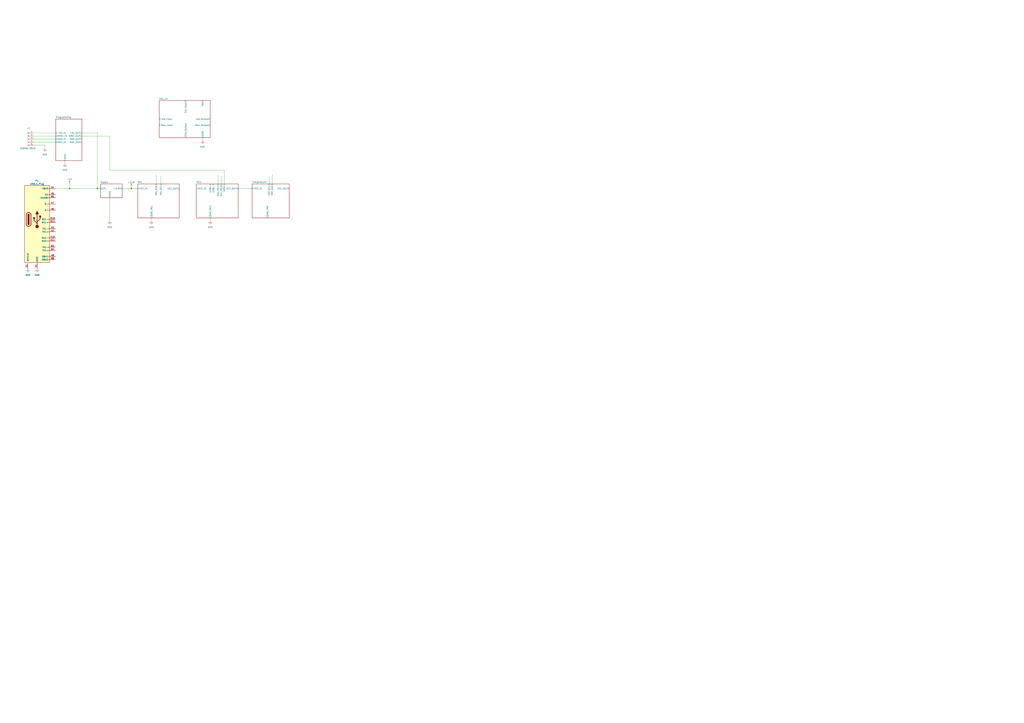
<source format=kicad_sch>
(kicad_sch (version 20230121) (generator eeschema)
  (paper "A1")
  (lib_symbols
    (symbol "Connector:Conn_01x05_Pin" (pin_names (offset 1.016) hide)
      (property "Reference" "J" (at 0 7.62 0))
      (property "Value" "Conn_01x05_Pin" (at 0 -7.62 0))
      (symbol "Conn_01x05_Pin_1_1"
        (polyline (pts (xy 1.27 -5.08) (xy 0.8636 -5.08)) (stroke (width 0.1524)))
        (polyline (pts (xy 1.27 -2.54) (xy 0.8636 -2.54)) (stroke (width 0.1524)))
        (polyline (pts (xy 1.27 0) (xy 0.8636 0)) (stroke (width 0.1524)))
        (polyline (pts (xy 1.27 2.54) (xy 0.8636 2.54)) (stroke (width 0.1524)))
        (polyline (pts (xy 1.27 5.08) (xy 0.8636 5.08)) (stroke (width 0.1524)))
        (rectangle (start 0.8636 -4.953) (end 0 -5.207) (stroke (width 0.1524)) (fill (type outline)))
        (rectangle (start 0.8636 -2.413) (end 0 -2.667) (stroke (width 0.1524)) (fill (type outline)))
        (rectangle (start 0.8636 0.127) (end 0 -0.127) (stroke (width 0.1524)) (fill (type outline)))
        (rectangle (start 0.8636 2.667) (end 0 2.413) (stroke (width 0.1524)) (fill (type outline)))
        (rectangle (start 0.8636 5.207) (end 0 4.953) (stroke (width 0.1524)) (fill (type outline)))
        (pin passive line (at 5.08 5.08 180) (length 3.81) (name "Pin_1") (number "1"))
        (pin passive line (at 5.08 2.54 180) (length 3.81) (name "Pin_2") (number "2"))
        (pin passive line (at 5.08 0 180) (length 3.81) (name "Pin_3") (number "3"))
        (pin passive line (at 5.08 -2.54 180) (length 3.81) (name "Pin_4") (number "4"))
        (pin passive line (at 5.08 -5.08 180) (length 3.81) (name "Pin_5") (number "5"))
      )
    )
    (symbol "Connector:USB_C_Plug" (pin_names (offset 1.016))
      (property "Reference" "P" (at -10.16 29.21 0))
      (property "Value" "USB_C_Plug" (at 10.16 29.21 0))
      (symbol "USB_C_Plug_0_0"
        (rectangle (start -0.254 -35.56) (end 0.254 -34.544))
        (rectangle (start 10.16 -32.766) (end 9.144 -33.274))
        (rectangle (start 10.16 -30.226) (end 9.144 -30.734))
        (rectangle (start 10.16 -25.146) (end 9.144 -25.654))
        (rectangle (start 10.16 -22.606) (end 9.144 -23.114))
        (rectangle (start 10.16 -17.526) (end 9.144 -18.034))
        (rectangle (start 10.16 -14.986) (end 9.144 -15.494))
        (rectangle (start 10.16 -9.906) (end 9.144 -10.414))
        (rectangle (start 10.16 -7.366) (end 9.144 -7.874))
        (rectangle (start 10.16 -2.286) (end 9.144 -2.794))
        (rectangle (start 10.16 0.254) (end 9.144 -0.254))
        (rectangle (start 10.16 7.874) (end 9.144 7.366))
        (rectangle (start 10.16 12.954) (end 9.144 12.446))
        (rectangle (start 10.16 18.034) (end 9.144 17.526))
        (rectangle (start 10.16 20.574) (end 9.144 20.066))
        (rectangle (start 10.16 25.654) (end 9.144 25.146))
      )
      (symbol "USB_C_Plug_0_1"
        (rectangle (start -10.16 27.94) (end 10.16 -35.56) (stroke (width 0.254)) (fill (type background)))
        (arc (start -8.89 -3.81) (mid -6.985 -5.7067) (end -5.08 -3.81) (stroke (width 0.508)))
        (arc (start -7.62 -3.81) (mid -6.985 -4.4423) (end -6.35 -3.81) (stroke (width 0.254)))
        (arc (start -7.62 -3.81) (mid -6.985 -4.4423) (end -6.35 -3.81) (stroke (width 0.254)) (fill (type outline)))
        (rectangle (start -7.62 -3.81) (end -6.35 3.81) (stroke (width 0.254)) (fill (type outline)))
        (arc (start -6.35 3.81) (mid -6.985 4.4423) (end -7.62 3.81) (stroke (width 0.254)))
        (arc (start -6.35 3.81) (mid -6.985 4.4423) (end -7.62 3.81) (stroke (width 0.254)) (fill (type outline)))
        (arc (start -5.08 3.81) (mid -6.985 5.7067) (end -8.89 3.81) (stroke (width 0.508)))
        (polyline (pts (xy -8.89 -3.81) (xy -8.89 3.81)) (stroke (width 0.508)))
        (polyline (pts (xy -5.08 3.81) (xy -5.08 -3.81)) (stroke (width 0.508)))
      )
      (symbol "USB_C_Plug_1_1"
        (circle (center -2.54 1.143) (radius 0.635) (stroke (width 0.254)) (fill (type outline)))
        (circle (center 0 -5.842) (radius 1.27) (fill (type outline)))
        (polyline (pts (xy 0 -5.842) (xy 0 4.318)) (stroke (width 0.508)))
        (polyline (pts (xy 0 -3.302) (xy -2.54 -0.762) (xy -2.54 0.508)) (stroke (width 0.508)))
        (polyline (pts (xy 0 -2.032) (xy 2.54 0.508) (xy 2.54 1.778)) (stroke (width 0.508)))
        (polyline (pts (xy -1.27 4.318) (xy 0 6.858) (xy 1.27 4.318) (xy -1.27 4.318)) (stroke (width 0.254)) (fill (type outline)))
        (rectangle (start 1.905 1.778) (end 3.175 3.048) (stroke (width 0.254)) (fill (type outline)))
        (pin passive line (at 0 -40.64 90) (length 5.08) (name "GND") (number "A1"))
        (pin bidirectional line (at 15.24 -15.24 180) (length 5.08) (name "RX2-") (number "A10"))
        (pin bidirectional line (at 15.24 -17.78 180) (length 5.08) (name "RX2+") (number "A11"))
        (pin passive line (at 0 -40.64 90) (length 5.08) hide (name "GND") (number "A12"))
        (pin bidirectional line (at 15.24 -10.16 180) (length 5.08) (name "TX1+") (number "A2"))
        (pin bidirectional line (at 15.24 -7.62 180) (length 5.08) (name "TX1-") (number "A3"))
        (pin passive line (at 15.24 25.4 180) (length 5.08) (name "VBUS") (number "A4"))
        (pin bidirectional line (at 15.24 20.32 180) (length 5.08) (name "CC") (number "A5"))
        (pin bidirectional line (at 15.24 7.62 180) (length 5.08) (name "D+") (number "A6"))
        (pin bidirectional line (at 15.24 12.7 180) (length 5.08) (name "D-") (number "A7"))
        (pin bidirectional line (at 15.24 -30.48 180) (length 5.08) (name "SBU1") (number "A8"))
        (pin passive line (at 15.24 25.4 180) (length 5.08) hide (name "VBUS") (number "A9"))
        (pin passive line (at 0 -40.64 90) (length 5.08) hide (name "GND") (number "B1"))
        (pin bidirectional line (at 15.24 0 180) (length 5.08) (name "RX1-") (number "B10"))
        (pin bidirectional line (at 15.24 -2.54 180) (length 5.08) (name "RX1+") (number "B11"))
        (pin passive line (at 0 -40.64 90) (length 5.08) hide (name "GND") (number "B12"))
        (pin bidirectional line (at 15.24 -25.4 180) (length 5.08) (name "TX2+") (number "B2"))
        (pin bidirectional line (at 15.24 -22.86 180) (length 5.08) (name "TX2-") (number "B3"))
        (pin passive line (at 15.24 25.4 180) (length 5.08) hide (name "VBUS") (number "B4"))
        (pin bidirectional line (at 15.24 17.78 180) (length 5.08) (name "VCONN") (number "B5"))
        (pin bidirectional line (at 15.24 -33.02 180) (length 5.08) (name "SBU2") (number "B8"))
        (pin passive line (at 15.24 25.4 180) (length 5.08) hide (name "VBUS") (number "B9"))
        (pin passive line (at -7.62 -40.64 90) (length 5.08) (name "SHIELD") (number "S1"))
      )
    )
    (symbol "power:+3.3V" (power) (pin_names (offset 0))
      (property "Value" "+3.3V" (at 0 3.556 0))
      (symbol "+3.3V_0_1"
        (polyline (pts (xy -0.762 1.27) (xy 0 2.54)))
        (polyline (pts (xy 0 0) (xy 0 2.54)))
        (polyline (pts (xy 0 2.54) (xy 0.762 1.27)))
      )
      (symbol "+3.3V_1_1"
        (pin power_in line (at 0 0 90) (length 0) hide (name "+3.3V") (number "1"))
      )
    )
    (symbol "power:+5V" (power) (pin_names (offset 0))
      (property "Value" "+5V" (at 0 3.556 0))
      (symbol "+5V_0_1"
        (polyline (pts (xy -0.762 1.27) (xy 0 2.54)))
        (polyline (pts (xy 0 0) (xy 0 2.54)))
        (polyline (pts (xy 0 2.54) (xy 0.762 1.27)))
      )
      (symbol "+5V_1_1"
        (pin power_in line (at 0 0 90) (length 0) hide (name "+5V") (number "1"))
      )
    )
    (symbol "power:GND" (power) (pin_names (offset 0))
      (property "Value" "GND" (at 0 -3.81 0))
      (symbol "GND_0_1"
        (polyline (pts (xy 0 0) (xy 0 -1.27) (xy 1.27 -1.27) (xy 0 -2.54) (xy -1.27 -1.27) (xy 0 -1.27)))
      )
      (symbol "GND_1_1"
        (pin power_in line (at 0 0 270) (length 0) hide (name "GND") (number "1"))
      )
    )
  )
  (junction (at 57.15 154.94))
  (junction (at 80.01 154.94))
  (junction (at 107.95 154.94))
  (wire (pts (xy 179.07 151.13) (xy 179.07 143.51)))
  (wire (pts (xy 166.37 113.03) (xy 166.37 115.57)))
  (wire (pts (xy 90.17 139.7) (xy 90.17 111.76)))
  (wire (pts (xy 57.15 151.13) (xy 57.15 154.94)))
  (wire (pts (xy 172.72 179.07) (xy 172.72 181.61)))
  (wire (pts (xy 80.01 154.94) (xy 82.55 154.94)))
  (wire (pts (xy 27.94 116.84) (xy 45.72 116.84)))
  (wire (pts (xy 128.27 151.13) (xy 128.27 143.51)))
  (wire (pts (xy 181.61 144.78) (xy 181.61 151.13)))
  (wire (pts (xy 53.34 132.08) (xy 53.34 134.62)))
  (wire (pts (xy 36.83 121.92) (xy 36.83 119.38)))
  (wire (pts (xy 223.52 143.51) (xy 223.52 151.13)))
  (wire (pts (xy 100.33 154.94) (xy 107.95 154.94)))
  (wire (pts (xy 195.58 154.94) (xy 207.01 154.94)))
  (wire (pts (xy 45.72 154.94) (xy 57.15 154.94)))
  (wire (pts (xy 27.94 119.38) (xy 36.83 119.38)))
  (wire (pts (xy 124.46 179.07) (xy 124.46 181.61)))
  (wire (pts (xy 90.17 162.56) (xy 90.17 181.61)))
  (wire (pts (xy 57.15 154.94) (xy 80.01 154.94)))
  (wire (pts (xy 220.98 144.78) (xy 220.98 151.13)))
  (wire (pts (xy 27.94 114.3) (xy 45.72 114.3)))
  (wire (pts (xy 67.31 109.22) (xy 80.01 109.22)))
  (wire (pts (xy 27.94 111.76) (xy 45.72 111.76)))
  (wire (pts (xy 107.95 154.94) (xy 107.95 153.67)))
  (wire (pts (xy 27.94 109.22) (xy 45.72 109.22)))
  (wire (pts (xy 184.15 151.13) (xy 184.15 139.7)))
  (wire (pts (xy 80.01 109.22) (xy 80.01 154.94)))
  (wire (pts (xy 132.08 151.13) (xy 132.08 144.78)))
  (wire (pts (xy 107.95 154.94) (xy 113.03 154.94)))
  (wire (pts (xy 90.17 111.76) (xy 67.31 111.76)))
  (wire (pts (xy 184.15 139.7) (xy 90.17 139.7)))
  (symbol (lib_id "Connector:Conn_01x05_Pin") (at 22.86 114.3 0) (unit 1)
    (property "Reference" "J1" (at 23.495 105.41 0))
    (property "Value" "53048-0510" (at 22.86 121.92 0))
    (property "Footprint" "Connector_Molex:Molex_PicoBlade_53048-0510_1x05_P1.25mm_Horizontal" (effects hide))
  )
  (symbol (lib_id "power:GND") (at 53.34 134.62 0) (unit 1)
    (property "Reference" "#PWR015" (effects hide))
    (property "Value" "GND" (at 53.34 139.7 0))
  )
  (symbol (lib_id "power:GND") (at 36.83 121.92 0) (unit 1)
    (property "Reference" "#PWR014" (effects hide))
    (property "Value" "GND" (at 36.83 127 0))
  )
  (symbol (lib_id "power:+5V") (at 57.15 151.13 0) (unit 1)
    (property "Reference" "#PWR03" (effects hide))
    (property "Value" "+5V" (at 57.15 147.32 0))
  )
  (symbol (lib_id "power:GND") (at 90.17 181.61 0) (unit 1)
    (property "Reference" "#PWR04" (effects hide))
    (property "Value" "GND" (at 90.17 186.69 0))
  )
  (symbol (lib_id "power:GND") (at 30.48 220.98 0) (unit 1)
    (property "Reference" "#PWR05" (effects hide))
    (property "Value" "GND" (at 30.48 226.06 0))
  )
  (symbol (lib_id "power:GND") (at 166.37 115.57 0) (unit 1)
    (property "Reference" "#PWR01" (effects hide))
    (property "Value" "GND" (at 166.37 120.65 0))
  )
  (symbol (lib_id "power:GND") (at 124.46 181.61 0) (unit 1)
    (property "Reference" "#PWR02" (effects hide))
    (property "Value" "GND" (at 124.46 186.69 0))
  )
  (symbol (lib_id "power:GND") (at 172.72 181.61 0) (unit 1)
    (property "Reference" "#PWR08" (effects hide))
    (property "Value" "GND" (at 172.72 186.69 0))
  )
  (symbol (lib_id "power:GND") (at 22.86 220.98 0) (unit 1)
    (property "Reference" "#PWR06" (effects hide))
    (property "Value" "GND" (at 22.86 226.06 0))
  )
  (symbol (lib_id "Connector:USB_C_Plug") (at 30.48 180.34 0) (unit 1)
    (property "Reference" "P1" (at 30.48 148.59 0))
    (property "Value" "USB_C_Plug" (at 30.48 151.13 0))
    (property "Footprint" "Connector_USB:USB_C_Plug_JAE_DX07P024AJ1" (effects hide))
    (property "Datasheet" "https://www.usb.org/sites/default/files/documents/usb_type-c.zip" (effects hide))
  )
  (symbol (lib_id "power:+3.3V") (at 107.95 153.67 0) (unit 1)
    (property "Reference" "#PWR07" (effects hide))
    (property "Value" "+3.3V" (at 107.95 149.86 0))
  )
  (sheet (at 207.01 151.13) (size 30.48 27.94) (stroke (width 0.1524))
    (property "Sheetname" "Temperature" (at 207.01 150.4184 0) (effects (justify left bottom)))
    (property "Sheetfile" "Temperature.kicad_sch" (effects hide))
    (pin "VCC_IN" input (at 207.01 154.94 180))
    (pin "VCC_OUT" output (at 237.49 154.94 0))
    (pin "TMP_SCL" input (at 220.98 151.13 90))
    (pin "TMP_SDA" bidirectional (at 223.52 151.13 90))
    (pin "GND_TMP" output (at 219.71 179.07 270))
  )
  (sheet (at 130.81 82.55) (size 41.91 30.48) (stroke (width 0.1524))
    (property "Sheetname" "Key_1U" (at 130.81 81.8384 0) (effects (justify left bottom)))
    (property "Sheetfile" "Modules/Key.kicad_sch" (effects hide))
    (pin "Row_Output" output (at 172.72 102.87 0))
    (pin "Col_Input" input (at 152.4 82.55 90))
    (pin "Vdd" input (at 166.37 82.55 90))
    (pin "Led_Output" output (at 172.72 97.79 0))
    (pin "Led_Input" input (at 130.81 97.79 180))
    (pin "Row_Input" input (at 130.81 102.87 180))
    (pin "Col_Output" output (at 152.4 113.03 270))
    (pin "GND" output (at 166.37 113.03 270))
  )
  (sheet (at 82.55 151.13) (size 17.78 11.43) (stroke (width 0.1524))
    (property "Sheetname" "Supply" (at 82.55 150.4184 0) (effects (justify left bottom)))
    (property "Sheetfile" "Modules/Supply.kicad_sch" (effects hide))
    (pin "GND" output (at 90.17 162.56 270))
    (pin "+3.3V" output (at 100.33 154.94 0))
    (pin "Vin" input (at 82.55 154.94 180))
  )
  (sheet (at 161.29 151.13) (size 34.29 27.94) (stroke (width 0.1524))
    (property "Sheetname" "MCU" (at 161.29 150.4184 0) (effects (justify left bottom)))
    (property "Sheetfile" "MCU.kicad_sch.kicad_sch" (effects hide))
    (pin "VCC_OUT" output (at 195.58 154.94 0))
    (pin "VCC_IN" input (at 161.29 154.94 180))
    (pin "USB+" bidirectional (at 172.72 151.13 90))
    (pin "USB-" bidirectional (at 175.26 151.13 90))
    (pin "GND_MCU" output (at 172.72 179.07 270))
    (pin "SDA_MCU" bidirectional (at 179.07 151.13 90))
    (pin "SCL_MCU" output (at 181.61 151.13 90))
    (pin "NRST" bidirectional (at 184.15 151.13 90))
  )
  (sheet (at 45.72 97.79) (size 21.59 34.29) (stroke (width 0.1524))
    (property "Sheetname" "Programming" (at 45.72 97.0784 0) (effects (justify left bottom)))
    (property "Sheetfile" "Modules/Programming_sch.kicad_sch" (effects hide))
    (pin "GND" input (at 53.34 132.08 270))
    (pin "NRST_OUT" output (at 67.31 111.76 0))
    (pin "SWD_OUT" output (at 67.31 114.3 0))
    (pin "SWC_OUT" output (at 67.31 116.84 0))
    (pin "NRST_IN" input (at 45.72 111.76 180))
    (pin "SWC_IN" input (at 45.72 116.84 180))
    (pin "SWD_IN" input (at 45.72 114.3 180))
    (pin "+5V_OUT" output (at 67.31 109.22 0))
    (pin "+5V_IN" input (at 45.72 109.22 180))
  )
  (sheet (at 113.03 151.13) (size 34.29 27.94) (stroke (width 0.1524))
    (property "Sheetname" "IMU" (at 113.03 150.4184 0) (effects (justify left bottom)))
    (property "Sheetfile" "IMU.kicad_sch" (effects hide))
    (pin "GND_IMU" output (at 124.46 179.07 270))
    (pin "VCC_IN" input (at 113.03 154.94 180))
    (pin "VCC_OUT" output (at 147.32 154.94 0))
    (pin "IMU_SCL" input (at 132.08 151.13 90))
    (pin "IMU_SDA" bidirectional (at 128.27 151.13 90))
  )
)
</source>
